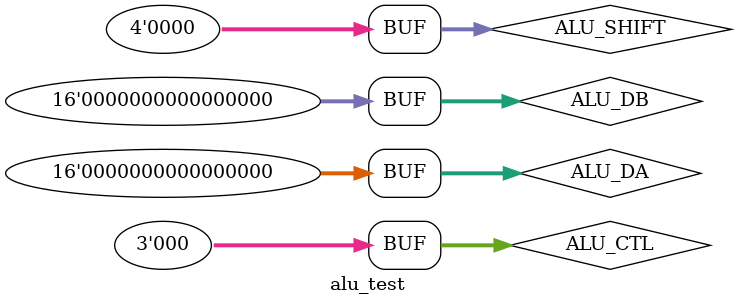
<source format=v>
`include "./alu/alu.v"

module alu_test ();

    reg [15: 0] ALU_DA, ALU_DB;
    reg [2: 0] ALU_CTL;
    reg [3: 0] ALU_SHIFT;
    wire [15: 0] ALU_DC;
    wire ALU_OverFlow;

    ALU U_alu(
        .ALU_DA(ALU_DA), .ALU_DB(ALU_DB), 
        .ALU_CTL(ALU_CTL),
        .ALU_SHIFT(ALU_SHIFT), 
        .ALU_DC(ALU_DC),
        .ALU_OverFlow(ALU_OverFlow)
    ); 

    initial begin
        ALU_DA <= 16'd0;
        ALU_DB <= 16'd0;
        ALU_CTL <= 3'b000;
        ALU_SHIFT <= 4'b0000;

        #200
        ALU_DA <= 16'hfff0;
        ALU_DB <= 16'h0ff0;
        ALU_CTL <= 3'b010;

        #200
        ALU_CTL <= 3'b011;

        #200
        ALU_DA <= 16'd0;
        ALU_DB <= 16'd0;
        ALU_CTL <= 3'b000;
    end
    
    initial begin            
        $dumpfile("alu_test.vcd");      
        $dumpvars(0, alu_test);   
    end
endmodule

</source>
